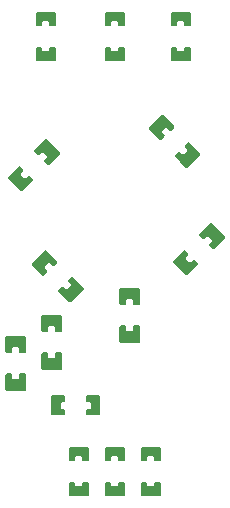
<source format=gbp>
G04 Layer: BottomPasteMaskLayer*
G04 EasyEDA v6.5.23, 2023-04-11 19:59:39*
G04 c99d532640dc4cbf880a73e467a675c2,770f52a9c06342aeb7d9f723a0e8078a,10*
G04 Gerber Generator version 0.2*
G04 Scale: 100 percent, Rotated: No, Reflected: No *
G04 Dimensions in inches *
G04 leading zeros omitted , absolute positions ,3 integer and 6 decimal *
%FSLAX36Y36*%
%MOIN*%

%ADD10C,0.0001*%

%LPD*%
G36*
X590460Y-2244440D02*
G01*
X586520Y-2248380D01*
X586520Y-2288060D01*
X590460Y-2291980D01*
X649539Y-2291980D01*
X653480Y-2288060D01*
X653480Y-2248380D01*
X649539Y-2244440D01*
X635320Y-2244440D01*
X631380Y-2248380D01*
X631380Y-2256680D01*
X627440Y-2260620D01*
X612560Y-2260620D01*
X608620Y-2256680D01*
X608620Y-2248380D01*
X604680Y-2244440D01*
G37*
G36*
X590460Y-2128020D02*
G01*
X586520Y-2131940D01*
X586520Y-2171620D01*
X590460Y-2175560D01*
X604680Y-2175560D01*
X608620Y-2171620D01*
X608620Y-2163320D01*
X612560Y-2159380D01*
X627440Y-2159380D01*
X631380Y-2163320D01*
X631380Y-2171620D01*
X635320Y-2175560D01*
X649539Y-2175560D01*
X653480Y-2171620D01*
X653480Y-2131940D01*
X649539Y-2128020D01*
G37*
G36*
X470460Y-2128020D02*
G01*
X466520Y-2131940D01*
X466520Y-2171620D01*
X470460Y-2175560D01*
X484680Y-2175560D01*
X488620Y-2171620D01*
X488620Y-2163320D01*
X492560Y-2159380D01*
X507440Y-2159380D01*
X511380Y-2163320D01*
X511380Y-2171620D01*
X515319Y-2175560D01*
X529540Y-2175560D01*
X533480Y-2171620D01*
X533480Y-2131940D01*
X529540Y-2128020D01*
G37*
G36*
X470460Y-2244440D02*
G01*
X466520Y-2248380D01*
X466520Y-2288060D01*
X470460Y-2291980D01*
X529540Y-2291980D01*
X533480Y-2288060D01*
X533480Y-2248380D01*
X529540Y-2244440D01*
X515319Y-2244440D01*
X511380Y-2248380D01*
X511380Y-2256680D01*
X507440Y-2260620D01*
X492560Y-2260620D01*
X488620Y-2256680D01*
X488620Y-2248380D01*
X484680Y-2244440D01*
G37*
G36*
X350460Y-2244440D02*
G01*
X346520Y-2248380D01*
X346520Y-2288060D01*
X350460Y-2291980D01*
X409540Y-2291980D01*
X413480Y-2288060D01*
X413480Y-2248380D01*
X409540Y-2244440D01*
X395319Y-2244440D01*
X391380Y-2248380D01*
X391380Y-2256680D01*
X387440Y-2260620D01*
X372560Y-2260620D01*
X368620Y-2256680D01*
X368620Y-2248380D01*
X364680Y-2244440D01*
G37*
G36*
X350460Y-2128020D02*
G01*
X346520Y-2131940D01*
X346520Y-2171620D01*
X350460Y-2175560D01*
X364680Y-2175560D01*
X368620Y-2171620D01*
X368620Y-2163320D01*
X372560Y-2159380D01*
X387440Y-2159380D01*
X391380Y-2163320D01*
X391380Y-2171620D01*
X395319Y-2175560D01*
X409540Y-2175560D01*
X413480Y-2171620D01*
X413480Y-2131940D01*
X409540Y-2128020D01*
G37*
G36*
X240460Y-794440D02*
G01*
X236520Y-798379D01*
X236520Y-838060D01*
X240460Y-841979D01*
X299540Y-841979D01*
X303480Y-838060D01*
X303480Y-798379D01*
X299540Y-794440D01*
X285320Y-794440D01*
X281380Y-798379D01*
X281380Y-806680D01*
X277440Y-810620D01*
X262560Y-810620D01*
X258619Y-806680D01*
X258619Y-798379D01*
X254680Y-794440D01*
G37*
G36*
X240460Y-678020D02*
G01*
X236520Y-681940D01*
X236520Y-721620D01*
X240460Y-725560D01*
X254680Y-725560D01*
X258619Y-721620D01*
X258619Y-713319D01*
X262560Y-709380D01*
X277440Y-709380D01*
X281380Y-713319D01*
X281380Y-721620D01*
X285320Y-725560D01*
X299540Y-725560D01*
X303480Y-721620D01*
X303480Y-681940D01*
X299540Y-678020D01*
G37*
G36*
X470460Y-794440D02*
G01*
X466520Y-798379D01*
X466520Y-838060D01*
X470460Y-841979D01*
X529540Y-841979D01*
X533480Y-838060D01*
X533480Y-798379D01*
X529540Y-794440D01*
X515319Y-794440D01*
X511380Y-798379D01*
X511380Y-806680D01*
X507440Y-810620D01*
X492560Y-810620D01*
X488620Y-806680D01*
X488620Y-798379D01*
X484680Y-794440D01*
G37*
G36*
X470460Y-678020D02*
G01*
X466520Y-681940D01*
X466520Y-721620D01*
X470460Y-725560D01*
X484680Y-725560D01*
X488620Y-721620D01*
X488620Y-713319D01*
X492560Y-709380D01*
X507440Y-709380D01*
X511380Y-713319D01*
X511380Y-721620D01*
X515319Y-725560D01*
X529540Y-725560D01*
X533480Y-721620D01*
X533480Y-681940D01*
X529540Y-678020D01*
G37*
G36*
X690460Y-794440D02*
G01*
X686520Y-798379D01*
X686520Y-838060D01*
X690460Y-841979D01*
X749539Y-841979D01*
X753480Y-838060D01*
X753480Y-798379D01*
X749539Y-794440D01*
X735320Y-794440D01*
X731380Y-798379D01*
X731380Y-806680D01*
X727440Y-810620D01*
X712560Y-810620D01*
X708620Y-806680D01*
X708620Y-798379D01*
X704680Y-794440D01*
G37*
G36*
X690460Y-678020D02*
G01*
X686520Y-681940D01*
X686520Y-721620D01*
X690460Y-725560D01*
X704680Y-725560D01*
X708620Y-721620D01*
X708620Y-713319D01*
X712560Y-709380D01*
X727440Y-709380D01*
X731380Y-713319D01*
X731380Y-721620D01*
X735320Y-725560D01*
X749539Y-725560D01*
X753480Y-721620D01*
X753480Y-681940D01*
X749539Y-678020D01*
G37*
G36*
X519920Y-1598080D02*
G01*
X515980Y-1602000D01*
X515980Y-1652600D01*
X519920Y-1656540D01*
X534500Y-1656540D01*
X538440Y-1652600D01*
X538440Y-1640600D01*
X542380Y-1636660D01*
X557620Y-1636660D01*
X561560Y-1640600D01*
X561560Y-1652600D01*
X565500Y-1656540D01*
X580080Y-1656540D01*
X584020Y-1652600D01*
X584020Y-1602000D01*
X580080Y-1598080D01*
G37*
G36*
X519920Y-1723460D02*
G01*
X515980Y-1727400D01*
X515980Y-1778000D01*
X519920Y-1781920D01*
X580080Y-1781920D01*
X584020Y-1778000D01*
X584020Y-1727400D01*
X580080Y-1723460D01*
X565500Y-1723460D01*
X561560Y-1727400D01*
X561560Y-1739400D01*
X557620Y-1743340D01*
X542380Y-1743340D01*
X538440Y-1739400D01*
X538440Y-1727400D01*
X534500Y-1723460D01*
G37*
G36*
X259920Y-1813460D02*
G01*
X255980Y-1817400D01*
X255980Y-1868000D01*
X259920Y-1871920D01*
X320080Y-1871920D01*
X324020Y-1868000D01*
X324020Y-1817400D01*
X320080Y-1813460D01*
X305500Y-1813460D01*
X301560Y-1817400D01*
X301560Y-1829400D01*
X297620Y-1833340D01*
X282380Y-1833340D01*
X278440Y-1829400D01*
X278440Y-1817400D01*
X274500Y-1813460D01*
G37*
G36*
X259920Y-1688080D02*
G01*
X255980Y-1692000D01*
X255980Y-1742600D01*
X259920Y-1746540D01*
X274500Y-1746540D01*
X278440Y-1742600D01*
X278440Y-1730600D01*
X282380Y-1726660D01*
X297620Y-1726660D01*
X301560Y-1730600D01*
X301560Y-1742600D01*
X305500Y-1746540D01*
X320080Y-1746540D01*
X324020Y-1742600D01*
X324020Y-1692000D01*
X320080Y-1688080D01*
G37*
G36*
X139920Y-1883460D02*
G01*
X135980Y-1887400D01*
X135980Y-1938000D01*
X139920Y-1941920D01*
X200080Y-1941920D01*
X204020Y-1938000D01*
X204020Y-1887400D01*
X200080Y-1883460D01*
X185500Y-1883460D01*
X181560Y-1887400D01*
X181560Y-1899400D01*
X177620Y-1903340D01*
X162380Y-1903340D01*
X158440Y-1899400D01*
X158440Y-1887400D01*
X154500Y-1883460D01*
G37*
G36*
X139920Y-1758080D02*
G01*
X135980Y-1762000D01*
X135980Y-1812600D01*
X139920Y-1816540D01*
X154500Y-1816540D01*
X158440Y-1812600D01*
X158440Y-1800600D01*
X162380Y-1796660D01*
X177620Y-1796660D01*
X181560Y-1800600D01*
X181560Y-1812600D01*
X185500Y-1816540D01*
X200080Y-1816540D01*
X204020Y-1812600D01*
X204020Y-1762000D01*
X200080Y-1758080D01*
G37*
G36*
X291940Y-1956519D02*
G01*
X288020Y-1960460D01*
X288020Y-2019540D01*
X291940Y-2023480D01*
X331620Y-2023480D01*
X335560Y-2019540D01*
X335560Y-2005320D01*
X331620Y-2001380D01*
X323320Y-2001380D01*
X319380Y-1997440D01*
X319380Y-1982560D01*
X323320Y-1978620D01*
X331620Y-1978620D01*
X335560Y-1974680D01*
X335560Y-1960460D01*
X331620Y-1956519D01*
G37*
G36*
X408380Y-1956519D02*
G01*
X404440Y-1960460D01*
X404440Y-1974680D01*
X408380Y-1978620D01*
X416680Y-1978620D01*
X420620Y-1982560D01*
X420620Y-1997440D01*
X416680Y-2001380D01*
X408380Y-2001380D01*
X404440Y-2005320D01*
X404440Y-2019540D01*
X408380Y-2023480D01*
X448060Y-2023480D01*
X451980Y-2019540D01*
X451980Y-1960460D01*
X448060Y-1956519D01*
G37*
G36*
X268160Y-1103720D02*
G01*
X232399Y-1139500D01*
X232399Y-1145060D01*
X242700Y-1155380D01*
X248280Y-1155380D01*
X256759Y-1146880D01*
X262320Y-1146880D01*
X273120Y-1157680D01*
X273120Y-1163240D01*
X264620Y-1171720D01*
X264620Y-1177300D01*
X274940Y-1187600D01*
X280500Y-1187600D01*
X316280Y-1151840D01*
X316280Y-1146260D01*
X273740Y-1103720D01*
G37*
G36*
X179500Y-1192400D02*
G01*
X143720Y-1228160D01*
X143720Y-1233740D01*
X186260Y-1276280D01*
X191840Y-1276280D01*
X227600Y-1240500D01*
X227600Y-1234940D01*
X217300Y-1224620D01*
X211720Y-1224620D01*
X203240Y-1233120D01*
X197680Y-1233120D01*
X186880Y-1222320D01*
X186880Y-1216760D01*
X195380Y-1208280D01*
X195380Y-1202700D01*
X185060Y-1192400D01*
G37*
G36*
X354940Y-1562400D02*
G01*
X344620Y-1572700D01*
X344620Y-1578280D01*
X353120Y-1586759D01*
X353120Y-1592320D01*
X342320Y-1603120D01*
X336760Y-1603120D01*
X328260Y-1594620D01*
X322700Y-1594620D01*
X312400Y-1604940D01*
X312400Y-1610500D01*
X348160Y-1646279D01*
X353740Y-1646279D01*
X396280Y-1603740D01*
X396280Y-1598160D01*
X360500Y-1562400D01*
G37*
G36*
X266260Y-1473720D02*
G01*
X223720Y-1516260D01*
X223720Y-1521840D01*
X259500Y-1557600D01*
X265060Y-1557600D01*
X275380Y-1547300D01*
X275380Y-1541720D01*
X266880Y-1533240D01*
X266880Y-1527680D01*
X277680Y-1516879D01*
X283240Y-1516879D01*
X291740Y-1525380D01*
X297300Y-1525380D01*
X307600Y-1515060D01*
X307600Y-1509500D01*
X271840Y-1473720D01*
G37*
G36*
X744820Y-1113960D02*
G01*
X734160Y-1123900D01*
X733960Y-1129460D01*
X742159Y-1138240D01*
X741960Y-1143800D01*
X730800Y-1154220D01*
X725240Y-1154020D01*
X717039Y-1145240D01*
X711480Y-1145040D01*
X700819Y-1154980D01*
X700639Y-1160560D01*
X735140Y-1197560D01*
X740699Y-1197740D01*
X784700Y-1156720D01*
X784880Y-1151160D01*
X750380Y-1114160D01*
G37*
G36*
X659300Y-1022260D02*
G01*
X615300Y-1063280D01*
X615120Y-1068840D01*
X649620Y-1105840D01*
X655180Y-1106040D01*
X665840Y-1096100D01*
X666040Y-1090540D01*
X657840Y-1081760D01*
X658040Y-1076200D01*
X669200Y-1065780D01*
X674760Y-1065980D01*
X682960Y-1074760D01*
X688520Y-1074960D01*
X699180Y-1065020D01*
X699360Y-1059440D01*
X664860Y-1022440D01*
G37*
G36*
X729500Y-1472400D02*
G01*
X693720Y-1508160D01*
X693720Y-1513740D01*
X736260Y-1556279D01*
X741840Y-1556279D01*
X777600Y-1520500D01*
X777600Y-1514940D01*
X767300Y-1504620D01*
X761720Y-1504620D01*
X753240Y-1513120D01*
X747680Y-1513120D01*
X736880Y-1502320D01*
X736880Y-1496759D01*
X745380Y-1488280D01*
X745380Y-1482700D01*
X735060Y-1472400D01*
G37*
G36*
X818160Y-1383720D02*
G01*
X782400Y-1419500D01*
X782400Y-1425060D01*
X792700Y-1435380D01*
X798280Y-1435380D01*
X806760Y-1426879D01*
X812320Y-1426879D01*
X823120Y-1437680D01*
X823120Y-1443240D01*
X814620Y-1451720D01*
X814620Y-1457300D01*
X824940Y-1467600D01*
X830500Y-1467600D01*
X866280Y-1431840D01*
X866280Y-1426260D01*
X823740Y-1383720D01*
G37*
M02*

</source>
